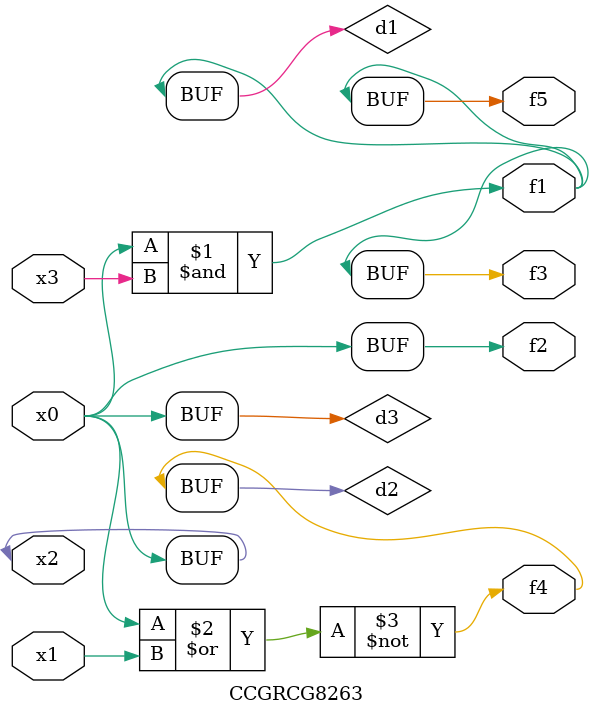
<source format=v>
module CCGRCG8263(
	input x0, x1, x2, x3,
	output f1, f2, f3, f4, f5
);

	wire d1, d2, d3;

	and (d1, x2, x3);
	nor (d2, x0, x1);
	buf (d3, x0, x2);
	assign f1 = d1;
	assign f2 = d3;
	assign f3 = d1;
	assign f4 = d2;
	assign f5 = d1;
endmodule

</source>
